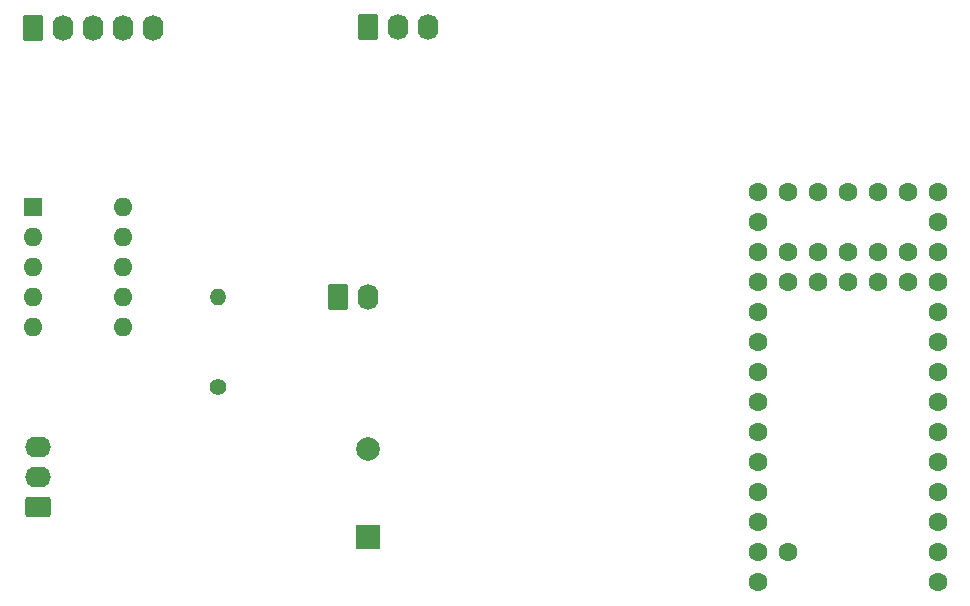
<source format=gbr>
%TF.GenerationSoftware,KiCad,Pcbnew,(6.0.5-0)*%
%TF.CreationDate,2023-02-05T23:58:47+00:00*%
%TF.ProjectId,Resonator_v3,5265736f-6e61-4746-9f72-5f76332e6b69,rev?*%
%TF.SameCoordinates,PXfffec780PYc85b810*%
%TF.FileFunction,Soldermask,Bot*%
%TF.FilePolarity,Negative*%
%FSLAX46Y46*%
G04 Gerber Fmt 4.6, Leading zero omitted, Abs format (unit mm)*
G04 Created by KiCad (PCBNEW (6.0.5-0)) date 2023-02-05 23:58:47*
%MOMM*%
%LPD*%
G01*
G04 APERTURE LIST*
G04 Aperture macros list*
%AMRoundRect*
0 Rectangle with rounded corners*
0 $1 Rounding radius*
0 $2 $3 $4 $5 $6 $7 $8 $9 X,Y pos of 4 corners*
0 Add a 4 corners polygon primitive as box body*
4,1,4,$2,$3,$4,$5,$6,$7,$8,$9,$2,$3,0*
0 Add four circle primitives for the rounded corners*
1,1,$1+$1,$2,$3*
1,1,$1+$1,$4,$5*
1,1,$1+$1,$6,$7*
1,1,$1+$1,$8,$9*
0 Add four rect primitives between the rounded corners*
20,1,$1+$1,$2,$3,$4,$5,0*
20,1,$1+$1,$4,$5,$6,$7,0*
20,1,$1+$1,$6,$7,$8,$9,0*
20,1,$1+$1,$8,$9,$2,$3,0*%
G04 Aperture macros list end*
%ADD10RoundRect,0.250000X-0.620000X-0.845000X0.620000X-0.845000X0.620000X0.845000X-0.620000X0.845000X0*%
%ADD11O,1.740000X2.190000*%
%ADD12C,1.400000*%
%ADD13O,1.400000X1.400000*%
%ADD14R,1.600000X1.600000*%
%ADD15O,1.600000X1.600000*%
%ADD16RoundRect,0.250000X0.845000X-0.620000X0.845000X0.620000X-0.845000X0.620000X-0.845000X-0.620000X0*%
%ADD17O,2.190000X1.740000*%
%ADD18C,1.600000*%
%ADD19R,2.000000X2.000000*%
%ADD20C,2.000000*%
G04 APERTURE END LIST*
D10*
%TO.C,J2*%
X134700000Y105950000D03*
D11*
X137240000Y105950000D03*
%TD*%
D10*
%TO.C,J3*%
X108935081Y128762052D03*
D11*
X111475081Y128762052D03*
X114015081Y128762052D03*
X116555081Y128762052D03*
X119095081Y128762052D03*
%TD*%
D12*
%TO.C,R1*%
X124540000Y98330000D03*
D13*
X124540000Y105950000D03*
%TD*%
D14*
%TO.C,J4*%
X108915000Y113565000D03*
D15*
X108915000Y111025000D03*
X108915000Y108485000D03*
X108915000Y105945000D03*
X108915000Y103405000D03*
X116535000Y103405000D03*
X116535000Y105945000D03*
X116535000Y108485000D03*
X116535000Y111025000D03*
X116535000Y113565000D03*
%TD*%
D16*
%TO.C,J5*%
X109300000Y88170000D03*
D17*
X109300000Y90710000D03*
X109300000Y93250000D03*
%TD*%
D18*
%TO.C,U1*%
X185500000Y81820000D03*
X185500000Y84360000D03*
X185500000Y86900000D03*
X185500000Y89440000D03*
X185500000Y91980000D03*
X185500000Y94520000D03*
X185500000Y97060000D03*
X185500000Y99600000D03*
X185500000Y102140000D03*
X185500000Y104680000D03*
X185500000Y107220000D03*
X185500000Y109760000D03*
X185500000Y112300000D03*
X185500000Y114840000D03*
X182960000Y114840000D03*
X180420000Y114840000D03*
X177880000Y114840000D03*
X175340000Y114840000D03*
X172800000Y114840000D03*
X170260000Y114840000D03*
X170260000Y112300000D03*
X170260000Y109760000D03*
X170260000Y107220000D03*
X170260000Y104680000D03*
X170260000Y102140000D03*
X170260000Y99600000D03*
X170260000Y97060000D03*
X170260000Y94520000D03*
X170260000Y91980000D03*
X170260000Y89440000D03*
X170260000Y86900000D03*
X170260000Y84360000D03*
X170260000Y81820000D03*
X172800000Y84360000D03*
X172800000Y109760000D03*
X172800000Y107220000D03*
X175340000Y109760000D03*
X175340000Y107220000D03*
X177880000Y109760000D03*
X177880000Y107220000D03*
X180420000Y109760000D03*
X180420000Y107220000D03*
X182960000Y109760000D03*
X182960000Y107220000D03*
%TD*%
D19*
%TO.C,1000uf1*%
X137240000Y85630000D03*
D20*
X137240000Y93130000D03*
%TD*%
D10*
%TO.C,J1*%
X137240000Y128810000D03*
D11*
X139780000Y128810000D03*
X142320000Y128810000D03*
%TD*%
M02*

</source>
